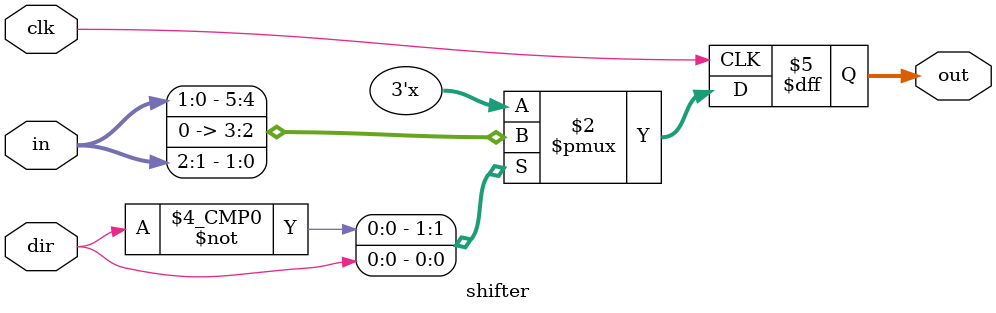
<source format=sv>
module shifter
#(parameter w=3)
(
  input [w-1:0] in,
  input clk,
  input dir,
  output reg [w-1:0] out
);
 
   always @ (posedge clk)
      begin
		      case (dir)
               0 :  out <= {in[w-2:0],1'b0};
               1 :  out <= {1'b0,in[w-1:1]};
            endcase
      end
endmodule

</source>
